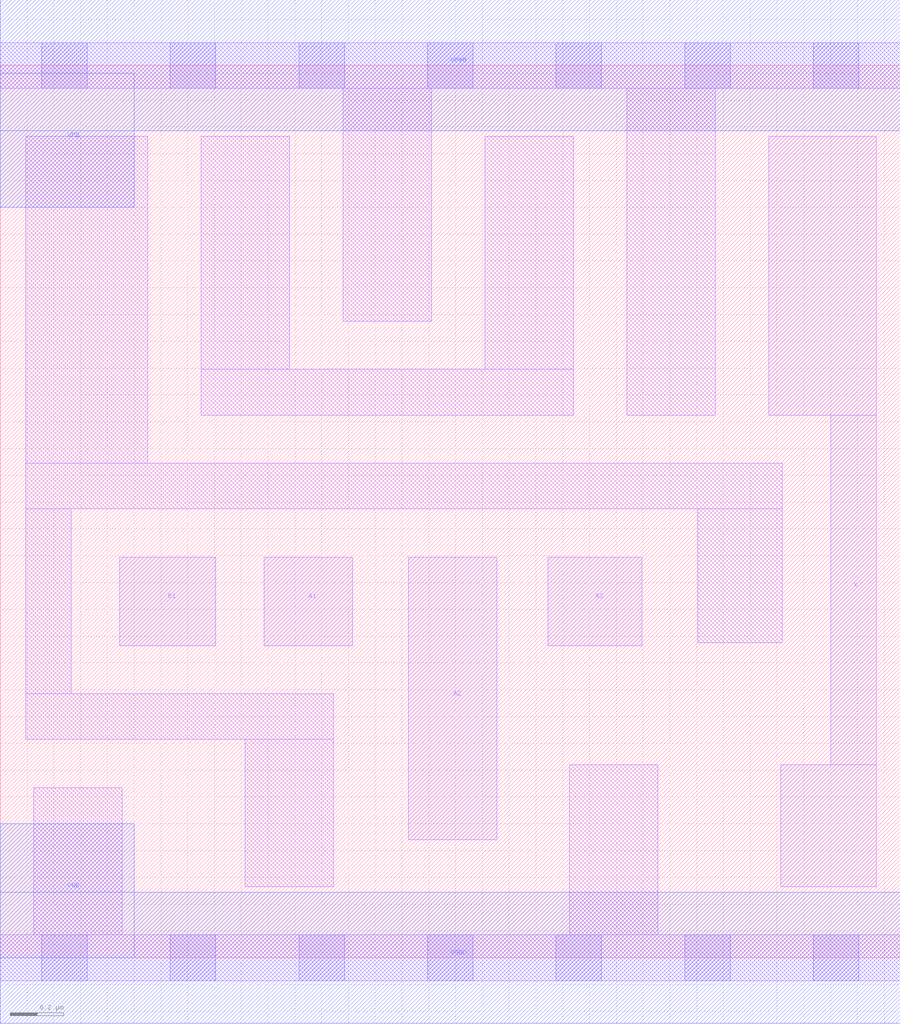
<source format=lef>
# Copyright 2020 The SkyWater PDK Authors
#
# Licensed under the Apache License, Version 2.0 (the "License");
# you may not use this file except in compliance with the License.
# You may obtain a copy of the License at
#
#     https://www.apache.org/licenses/LICENSE-2.0
#
# Unless required by applicable law or agreed to in writing, software
# distributed under the License is distributed on an "AS IS" BASIS,
# WITHOUT WARRANTIES OR CONDITIONS OF ANY KIND, either express or implied.
# See the License for the specific language governing permissions and
# limitations under the License.
#
# SPDX-License-Identifier: Apache-2.0

VERSION 5.5 ;
NAMESCASESENSITIVE ON ;
BUSBITCHARS "[]" ;
DIVIDERCHAR "/" ;
MACRO sky130_fd_sc_lp__a31o_lp
  CLASS CORE ;
  SOURCE USER ;
  ORIGIN  0.000000  0.000000 ;
  SIZE  3.360000 BY  3.330000 ;
  SYMMETRY X Y R90 ;
  SITE unit ;
  PIN A1
    ANTENNAGATEAREA  0.313000 ;
    DIRECTION INPUT ;
    USE SIGNAL ;
    PORT
      LAYER li1 ;
        RECT 0.985000 1.165000 1.315000 1.495000 ;
    END
  END A1
  PIN A2
    ANTENNAGATEAREA  0.313000 ;
    DIRECTION INPUT ;
    USE SIGNAL ;
    PORT
      LAYER li1 ;
        RECT 1.525000 0.440000 1.855000 1.495000 ;
    END
  END A2
  PIN A3
    ANTENNAGATEAREA  0.313000 ;
    DIRECTION INPUT ;
    USE SIGNAL ;
    PORT
      LAYER li1 ;
        RECT 2.045000 1.165000 2.395000 1.495000 ;
    END
  END A3
  PIN B1
    ANTENNAGATEAREA  0.376000 ;
    DIRECTION INPUT ;
    USE SIGNAL ;
    PORT
      LAYER li1 ;
        RECT 0.445000 1.165000 0.805000 1.495000 ;
    END
  END B1
  PIN X
    ANTENNADIFFAREA  0.404700 ;
    DIRECTION OUTPUT ;
    USE SIGNAL ;
    PORT
      LAYER li1 ;
        RECT 2.870000 2.025000 3.270000 3.065000 ;
        RECT 2.915000 0.265000 3.270000 0.720000 ;
        RECT 3.100000 0.720000 3.270000 2.025000 ;
    END
  END X
  PIN VGND
    DIRECTION INOUT ;
    USE GROUND ;
    PORT
      LAYER met1 ;
        RECT 0.000000 -0.245000 3.360000 0.245000 ;
    END
  END VGND
  PIN VNB
    DIRECTION INOUT ;
    USE GROUND ;
    PORT
      LAYER met1 ;
        RECT 0.000000 0.000000 0.500000 0.500000 ;
    END
  END VNB
  PIN VPB
    DIRECTION INOUT ;
    USE POWER ;
    PORT
      LAYER met1 ;
        RECT 0.000000 2.800000 0.500000 3.300000 ;
    END
  END VPB
  PIN VPWR
    DIRECTION INOUT ;
    USE POWER ;
    PORT
      LAYER met1 ;
        RECT 0.000000 3.085000 3.360000 3.575000 ;
    END
  END VPWR
  OBS
    LAYER li1 ;
      RECT 0.000000 -0.085000 3.360000 0.085000 ;
      RECT 0.000000  3.245000 3.360000 3.415000 ;
      RECT 0.095000  0.815000 1.245000 0.985000 ;
      RECT 0.095000  0.985000 0.265000 1.675000 ;
      RECT 0.095000  1.675000 2.920000 1.845000 ;
      RECT 0.095000  1.845000 0.550000 3.065000 ;
      RECT 0.125000  0.085000 0.455000 0.635000 ;
      RECT 0.750000  2.025000 2.140000 2.195000 ;
      RECT 0.750000  2.195000 1.080000 3.065000 ;
      RECT 0.915000  0.265000 1.245000 0.815000 ;
      RECT 1.280000  2.375000 1.610000 3.245000 ;
      RECT 1.810000  2.195000 2.140000 3.065000 ;
      RECT 2.125000  0.085000 2.455000 0.720000 ;
      RECT 2.340000  2.025000 2.670000 3.245000 ;
      RECT 2.605000  1.175000 2.920000 1.675000 ;
    LAYER mcon ;
      RECT 0.155000 -0.085000 0.325000 0.085000 ;
      RECT 0.155000  3.245000 0.325000 3.415000 ;
      RECT 0.635000 -0.085000 0.805000 0.085000 ;
      RECT 0.635000  3.245000 0.805000 3.415000 ;
      RECT 1.115000 -0.085000 1.285000 0.085000 ;
      RECT 1.115000  3.245000 1.285000 3.415000 ;
      RECT 1.595000 -0.085000 1.765000 0.085000 ;
      RECT 1.595000  3.245000 1.765000 3.415000 ;
      RECT 2.075000 -0.085000 2.245000 0.085000 ;
      RECT 2.075000  3.245000 2.245000 3.415000 ;
      RECT 2.555000 -0.085000 2.725000 0.085000 ;
      RECT 2.555000  3.245000 2.725000 3.415000 ;
      RECT 3.035000 -0.085000 3.205000 0.085000 ;
      RECT 3.035000  3.245000 3.205000 3.415000 ;
  END
END sky130_fd_sc_lp__a31o_lp
END LIBRARY

</source>
